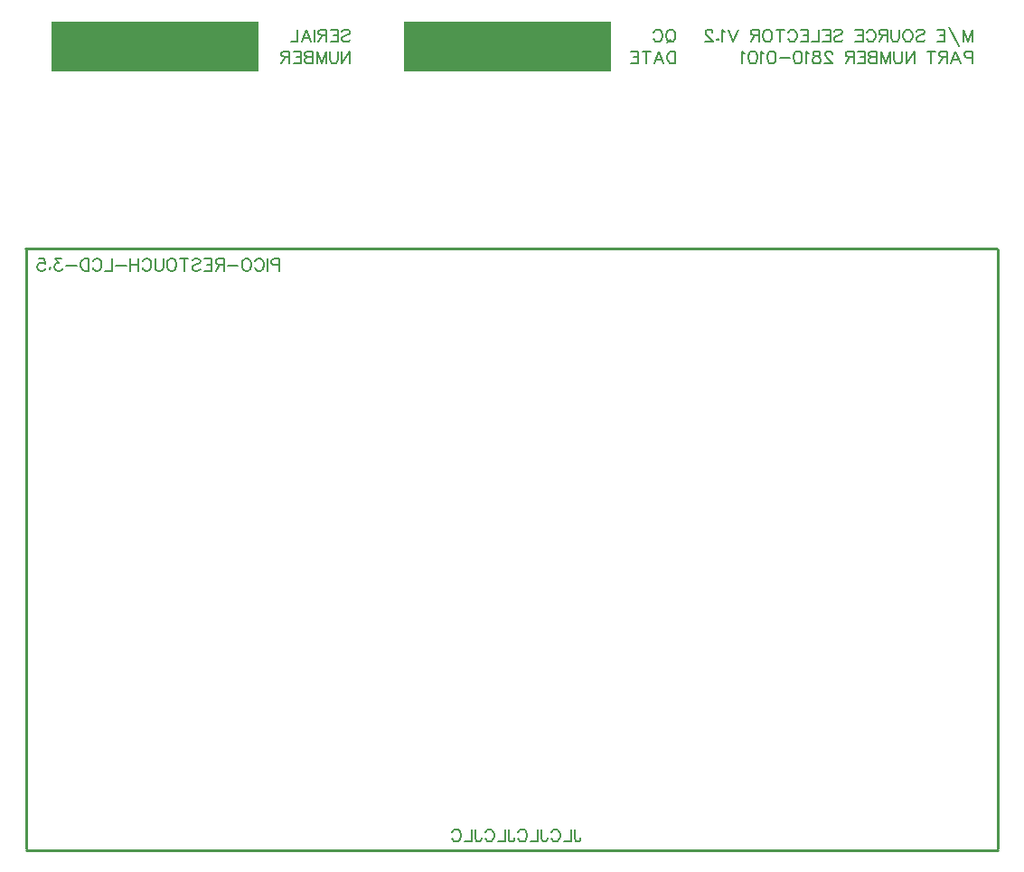
<source format=gbo>
G04 Layer: BottomSilkscreenLayer*
G04 EasyEDA v6.5.29, 2023-07-16 15:11:24*
G04 e993e5008f34484d8f658c3e023484e8,5a6b42c53f6a479593ecc07194224c93,10*
G04 Gerber Generator version 0.2*
G04 Scale: 100 percent, Rotated: No, Reflected: No *
G04 Dimensions in millimeters *
G04 leading zeros omitted , absolute positions ,4 integer and 5 decimal *
%FSLAX45Y45*%
%MOMM*%

%ADD10C,0.2032*%
%ADD11C,0.1524*%
%ADD12C,0.2540*%

%LPD*%
D10*
X2387600Y9938189D02*
G01*
X2387600Y9823645D01*
X2387600Y9938189D02*
G01*
X2338509Y9938189D01*
X2322146Y9932736D01*
X2316690Y9927282D01*
X2311237Y9916373D01*
X2311237Y9900008D01*
X2316690Y9889098D01*
X2322146Y9883645D01*
X2338509Y9878189D01*
X2387600Y9878189D01*
X2275235Y9938189D02*
G01*
X2275235Y9823645D01*
X2157417Y9910917D02*
G01*
X2162873Y9921826D01*
X2173782Y9932736D01*
X2184692Y9938189D01*
X2206510Y9938189D01*
X2217417Y9932736D01*
X2228326Y9921826D01*
X2233782Y9910917D01*
X2239236Y9894554D01*
X2239236Y9867282D01*
X2233782Y9850917D01*
X2228326Y9840008D01*
X2217417Y9829098D01*
X2206510Y9823645D01*
X2184692Y9823645D01*
X2173782Y9829098D01*
X2162873Y9840008D01*
X2157417Y9850917D01*
X2088690Y9938189D02*
G01*
X2099599Y9932736D01*
X2110508Y9921826D01*
X2115964Y9910917D01*
X2121418Y9894554D01*
X2121418Y9867282D01*
X2115964Y9850917D01*
X2110508Y9840008D01*
X2099599Y9829098D01*
X2088690Y9823645D01*
X2066874Y9823645D01*
X2055964Y9829098D01*
X2045055Y9840008D01*
X2039599Y9850917D01*
X2034146Y9867282D01*
X2034146Y9894554D01*
X2039599Y9910917D01*
X2045055Y9921826D01*
X2055964Y9932736D01*
X2066874Y9938189D01*
X2088690Y9938189D01*
X1998146Y9872736D02*
G01*
X1899965Y9872736D01*
X1863963Y9938189D02*
G01*
X1863963Y9823645D01*
X1863963Y9938189D02*
G01*
X1814873Y9938189D01*
X1798510Y9932736D01*
X1793054Y9927282D01*
X1787601Y9916373D01*
X1787601Y9905464D01*
X1793054Y9894554D01*
X1798510Y9889098D01*
X1814873Y9883645D01*
X1863963Y9883645D01*
X1825782Y9883645D02*
G01*
X1787601Y9823645D01*
X1751601Y9938189D02*
G01*
X1751601Y9823645D01*
X1751601Y9938189D02*
G01*
X1680692Y9938189D01*
X1751601Y9883645D02*
G01*
X1707964Y9883645D01*
X1751601Y9823645D02*
G01*
X1680692Y9823645D01*
X1568328Y9921826D02*
G01*
X1579237Y9932736D01*
X1595602Y9938189D01*
X1617418Y9938189D01*
X1633783Y9932736D01*
X1644693Y9921826D01*
X1644693Y9910917D01*
X1639237Y9900008D01*
X1633783Y9894554D01*
X1622874Y9889098D01*
X1590146Y9878189D01*
X1579237Y9872736D01*
X1573784Y9867282D01*
X1568328Y9856373D01*
X1568328Y9840008D01*
X1579237Y9829098D01*
X1595602Y9823645D01*
X1617418Y9823645D01*
X1633783Y9829098D01*
X1644693Y9840008D01*
X1494147Y9938189D02*
G01*
X1494147Y9823645D01*
X1532328Y9938189D02*
G01*
X1455966Y9938189D01*
X1387238Y9938189D02*
G01*
X1398148Y9932736D01*
X1409057Y9921826D01*
X1414510Y9910917D01*
X1419966Y9894554D01*
X1419966Y9867282D01*
X1414510Y9850917D01*
X1409057Y9840008D01*
X1398148Y9829098D01*
X1387238Y9823645D01*
X1365420Y9823645D01*
X1354510Y9829098D01*
X1343601Y9840008D01*
X1338148Y9850917D01*
X1332692Y9867282D01*
X1332692Y9894554D01*
X1338148Y9910917D01*
X1343601Y9921826D01*
X1354510Y9932736D01*
X1365420Y9938189D01*
X1387238Y9938189D01*
X1296692Y9938189D02*
G01*
X1296692Y9856373D01*
X1291239Y9840008D01*
X1280330Y9829098D01*
X1263964Y9823645D01*
X1253055Y9823645D01*
X1236692Y9829098D01*
X1225783Y9840008D01*
X1220330Y9856373D01*
X1220330Y9938189D01*
X1102512Y9910917D02*
G01*
X1107965Y9921826D01*
X1118875Y9932736D01*
X1129784Y9938189D01*
X1151602Y9938189D01*
X1162512Y9932736D01*
X1173421Y9921826D01*
X1178874Y9910917D01*
X1184330Y9894554D01*
X1184330Y9867282D01*
X1178874Y9850917D01*
X1173421Y9840008D01*
X1162512Y9829098D01*
X1151602Y9823645D01*
X1129784Y9823645D01*
X1118875Y9829098D01*
X1107965Y9840008D01*
X1102512Y9850917D01*
X1066512Y9938189D02*
G01*
X1066512Y9823645D01*
X990147Y9938189D02*
G01*
X990147Y9823645D01*
X1066512Y9883645D02*
G01*
X990147Y9883645D01*
X954148Y9872736D02*
G01*
X855967Y9872736D01*
X819967Y9938189D02*
G01*
X819967Y9823645D01*
X819967Y9823645D02*
G01*
X754512Y9823645D01*
X636694Y9910917D02*
G01*
X642150Y9921826D01*
X653056Y9932736D01*
X663966Y9938189D01*
X685784Y9938189D01*
X696694Y9932736D01*
X707603Y9921826D01*
X713056Y9910917D01*
X718512Y9894554D01*
X718512Y9867282D01*
X713056Y9850917D01*
X707603Y9840008D01*
X696694Y9829098D01*
X685784Y9823645D01*
X663966Y9823645D01*
X653056Y9829098D01*
X642150Y9840008D01*
X636694Y9850917D01*
X600694Y9938189D02*
G01*
X600694Y9823645D01*
X600694Y9938189D02*
G01*
X562513Y9938189D01*
X546148Y9932736D01*
X535238Y9921826D01*
X529785Y9910917D01*
X524332Y9894554D01*
X524332Y9867282D01*
X529785Y9850917D01*
X535238Y9840008D01*
X546148Y9829098D01*
X562513Y9823645D01*
X600694Y9823645D01*
X488330Y9872736D02*
G01*
X390149Y9872736D01*
X343240Y9938189D02*
G01*
X283240Y9938189D01*
X315968Y9894554D01*
X299603Y9894554D01*
X288693Y9889098D01*
X283240Y9883645D01*
X277787Y9867282D01*
X277787Y9856373D01*
X283240Y9840008D01*
X294149Y9829098D01*
X310512Y9823645D01*
X326877Y9823645D01*
X343240Y9829098D01*
X348693Y9834554D01*
X354149Y9845464D01*
X236331Y9850917D02*
G01*
X241785Y9845464D01*
X236331Y9840008D01*
X230875Y9845464D01*
X236331Y9850917D01*
X129423Y9938189D02*
G01*
X183967Y9938189D01*
X189423Y9889098D01*
X183967Y9894554D01*
X167604Y9900008D01*
X151241Y9900008D01*
X134876Y9894554D01*
X123967Y9883645D01*
X118513Y9867282D01*
X118513Y9856373D01*
X123967Y9840008D01*
X134876Y9829098D01*
X151241Y9823645D01*
X167604Y9823645D01*
X183967Y9829098D01*
X189423Y9834554D01*
X194876Y9845464D01*
X8877300Y11881289D02*
G01*
X8877300Y11766745D01*
X8877300Y11881289D02*
G01*
X8828209Y11881289D01*
X8811846Y11875836D01*
X8806390Y11870382D01*
X8800937Y11859473D01*
X8800937Y11843108D01*
X8806390Y11832198D01*
X8811846Y11826745D01*
X8828209Y11821289D01*
X8877300Y11821289D01*
X8721300Y11881289D02*
G01*
X8764935Y11766745D01*
X8721300Y11881289D02*
G01*
X8677663Y11766745D01*
X8748572Y11804926D02*
G01*
X8694028Y11804926D01*
X8641664Y11881289D02*
G01*
X8641664Y11766745D01*
X8641664Y11881289D02*
G01*
X8592573Y11881289D01*
X8576210Y11875836D01*
X8570755Y11870382D01*
X8565301Y11859473D01*
X8565301Y11848564D01*
X8570755Y11837654D01*
X8576210Y11832198D01*
X8592573Y11826745D01*
X8641664Y11826745D01*
X8603482Y11826745D02*
G01*
X8565301Y11766745D01*
X8491118Y11881289D02*
G01*
X8491118Y11766745D01*
X8529299Y11881289D02*
G01*
X8452937Y11881289D01*
X8332937Y11881289D02*
G01*
X8332937Y11766745D01*
X8332937Y11881289D02*
G01*
X8256574Y11766745D01*
X8256574Y11881289D02*
G01*
X8256574Y11766745D01*
X8220572Y11881289D02*
G01*
X8220572Y11799473D01*
X8215119Y11783108D01*
X8204210Y11772198D01*
X8187847Y11766745D01*
X8176938Y11766745D01*
X8160572Y11772198D01*
X8149666Y11783108D01*
X8144210Y11799473D01*
X8144210Y11881289D01*
X8108210Y11881289D02*
G01*
X8108210Y11766745D01*
X8108210Y11881289D02*
G01*
X8064573Y11766745D01*
X8020938Y11881289D02*
G01*
X8064573Y11766745D01*
X8020938Y11881289D02*
G01*
X8020938Y11766745D01*
X7984937Y11881289D02*
G01*
X7984937Y11766745D01*
X7984937Y11881289D02*
G01*
X7935846Y11881289D01*
X7919483Y11875836D01*
X7914030Y11870382D01*
X7908574Y11859473D01*
X7908574Y11848564D01*
X7914030Y11837654D01*
X7919483Y11832198D01*
X7935846Y11826745D01*
X7984937Y11826745D02*
G01*
X7935846Y11826745D01*
X7919483Y11821289D01*
X7914030Y11815836D01*
X7908574Y11804926D01*
X7908574Y11788564D01*
X7914030Y11777654D01*
X7919483Y11772198D01*
X7935846Y11766745D01*
X7984937Y11766745D01*
X7872575Y11881289D02*
G01*
X7872575Y11766745D01*
X7872575Y11881289D02*
G01*
X7801665Y11881289D01*
X7872575Y11826745D02*
G01*
X7828937Y11826745D01*
X7872575Y11766745D02*
G01*
X7801665Y11766745D01*
X7765666Y11881289D02*
G01*
X7765666Y11766745D01*
X7765666Y11881289D02*
G01*
X7716575Y11881289D01*
X7700210Y11875836D01*
X7694757Y11870382D01*
X7689301Y11859473D01*
X7689301Y11848564D01*
X7694757Y11837654D01*
X7700210Y11832198D01*
X7716575Y11826745D01*
X7765666Y11826745D01*
X7727485Y11826745D02*
G01*
X7689301Y11766745D01*
X7563848Y11854017D02*
G01*
X7563848Y11859473D01*
X7558392Y11870382D01*
X7552938Y11875836D01*
X7542029Y11881289D01*
X7520211Y11881289D01*
X7509301Y11875836D01*
X7503848Y11870382D01*
X7498392Y11859473D01*
X7498392Y11848564D01*
X7503848Y11837654D01*
X7514757Y11821289D01*
X7569301Y11766745D01*
X7492939Y11766745D01*
X7429667Y11881289D02*
G01*
X7446030Y11875836D01*
X7451483Y11864926D01*
X7451483Y11854017D01*
X7446030Y11843108D01*
X7435121Y11837654D01*
X7413302Y11832198D01*
X7396939Y11826745D01*
X7386030Y11815836D01*
X7380574Y11804926D01*
X7380574Y11788564D01*
X7386030Y11777654D01*
X7391483Y11772198D01*
X7407849Y11766745D01*
X7429667Y11766745D01*
X7446030Y11772198D01*
X7451483Y11777654D01*
X7456939Y11788564D01*
X7456939Y11804926D01*
X7451483Y11815836D01*
X7440574Y11826745D01*
X7424211Y11832198D01*
X7402393Y11837654D01*
X7391483Y11843108D01*
X7386030Y11854017D01*
X7386030Y11864926D01*
X7391483Y11875836D01*
X7407849Y11881289D01*
X7429667Y11881289D01*
X7344575Y11859473D02*
G01*
X7333665Y11864926D01*
X7317303Y11881289D01*
X7317303Y11766745D01*
X7248575Y11881289D02*
G01*
X7264938Y11875836D01*
X7275847Y11859473D01*
X7281303Y11832198D01*
X7281303Y11815836D01*
X7275847Y11788564D01*
X7264938Y11772198D01*
X7248575Y11766745D01*
X7237666Y11766745D01*
X7221303Y11772198D01*
X7210394Y11788564D01*
X7204938Y11815836D01*
X7204938Y11832198D01*
X7210394Y11859473D01*
X7221303Y11875836D01*
X7237666Y11881289D01*
X7248575Y11881289D01*
X7168939Y11815836D02*
G01*
X7070758Y11815836D01*
X7002030Y11881289D02*
G01*
X7018393Y11875836D01*
X7029302Y11859473D01*
X7034758Y11832198D01*
X7034758Y11815836D01*
X7029302Y11788564D01*
X7018393Y11772198D01*
X7002030Y11766745D01*
X6991121Y11766745D01*
X6974758Y11772198D01*
X6963849Y11788564D01*
X6958393Y11815836D01*
X6958393Y11832198D01*
X6963849Y11859473D01*
X6974758Y11875836D01*
X6991121Y11881289D01*
X7002030Y11881289D01*
X6922394Y11859473D02*
G01*
X6911484Y11864926D01*
X6895122Y11881289D01*
X6895122Y11766745D01*
X6826394Y11881289D02*
G01*
X6842757Y11875836D01*
X6853666Y11859473D01*
X6859122Y11832198D01*
X6859122Y11815836D01*
X6853666Y11788564D01*
X6842757Y11772198D01*
X6826394Y11766745D01*
X6815485Y11766745D01*
X6799122Y11772198D01*
X6788213Y11788564D01*
X6782757Y11815836D01*
X6782757Y11832198D01*
X6788213Y11859473D01*
X6799122Y11875836D01*
X6815485Y11881289D01*
X6826394Y11881289D01*
X6746758Y11859473D02*
G01*
X6735848Y11864926D01*
X6719486Y11881289D01*
X6719486Y11766745D01*
X8877300Y12084489D02*
G01*
X8877300Y11969945D01*
X8877300Y12084489D02*
G01*
X8833662Y11969945D01*
X8790028Y12084489D02*
G01*
X8833662Y11969945D01*
X8790028Y12084489D02*
G01*
X8790028Y11969945D01*
X8655845Y12106308D02*
G01*
X8754028Y11931764D01*
X8619845Y12084489D02*
G01*
X8619845Y11969945D01*
X8619845Y12084489D02*
G01*
X8548936Y12084489D01*
X8619845Y12029945D02*
G01*
X8576210Y12029945D01*
X8619845Y11969945D02*
G01*
X8548936Y11969945D01*
X8352574Y12068126D02*
G01*
X8363483Y12079036D01*
X8379846Y12084489D01*
X8401664Y12084489D01*
X8418027Y12079036D01*
X8428936Y12068126D01*
X8428936Y12057217D01*
X8423483Y12046308D01*
X8418027Y12040854D01*
X8407118Y12035399D01*
X8374392Y12024489D01*
X8363483Y12019036D01*
X8358027Y12013582D01*
X8352574Y12002673D01*
X8352574Y11986308D01*
X8363483Y11975399D01*
X8379846Y11969945D01*
X8401664Y11969945D01*
X8418027Y11975399D01*
X8428936Y11986308D01*
X8283846Y12084489D02*
G01*
X8294756Y12079036D01*
X8305665Y12068126D01*
X8311118Y12057217D01*
X8316574Y12040854D01*
X8316574Y12013582D01*
X8311118Y11997217D01*
X8305665Y11986308D01*
X8294756Y11975399D01*
X8283846Y11969945D01*
X8262028Y11969945D01*
X8251118Y11975399D01*
X8240209Y11986308D01*
X8234756Y11997217D01*
X8229300Y12013582D01*
X8229300Y12040854D01*
X8234756Y12057217D01*
X8240209Y12068126D01*
X8251118Y12079036D01*
X8262028Y12084489D01*
X8283846Y12084489D01*
X8193300Y12084489D02*
G01*
X8193300Y12002673D01*
X8187847Y11986308D01*
X8176938Y11975399D01*
X8160572Y11969945D01*
X8149666Y11969945D01*
X8133300Y11975399D01*
X8122391Y11986308D01*
X8116938Y12002673D01*
X8116938Y12084489D01*
X8080938Y12084489D02*
G01*
X8080938Y11969945D01*
X8080938Y12084489D02*
G01*
X8031848Y12084489D01*
X8015483Y12079036D01*
X8010029Y12073582D01*
X8004573Y12062673D01*
X8004573Y12051764D01*
X8010029Y12040854D01*
X8015483Y12035399D01*
X8031848Y12029945D01*
X8080938Y12029945D01*
X8042755Y12029945D02*
G01*
X8004573Y11969945D01*
X7886755Y12057217D02*
G01*
X7892211Y12068126D01*
X7903121Y12079036D01*
X7914030Y12084489D01*
X7935846Y12084489D01*
X7946755Y12079036D01*
X7957665Y12068126D01*
X7963120Y12057217D01*
X7968574Y12040854D01*
X7968574Y12013582D01*
X7963120Y11997217D01*
X7957665Y11986308D01*
X7946755Y11975399D01*
X7935846Y11969945D01*
X7914030Y11969945D01*
X7903121Y11975399D01*
X7892211Y11986308D01*
X7886755Y11997217D01*
X7850756Y12084489D02*
G01*
X7850756Y11969945D01*
X7850756Y12084489D02*
G01*
X7779847Y12084489D01*
X7850756Y12029945D02*
G01*
X7807119Y12029945D01*
X7850756Y11969945D02*
G01*
X7779847Y11969945D01*
X7583484Y12068126D02*
G01*
X7594394Y12079036D01*
X7610756Y12084489D01*
X7632575Y12084489D01*
X7648938Y12079036D01*
X7659847Y12068126D01*
X7659847Y12057217D01*
X7654394Y12046308D01*
X7648938Y12040854D01*
X7638028Y12035399D01*
X7605303Y12024489D01*
X7594394Y12019036D01*
X7588938Y12013582D01*
X7583484Y12002673D01*
X7583484Y11986308D01*
X7594394Y11975399D01*
X7610756Y11969945D01*
X7632575Y11969945D01*
X7648938Y11975399D01*
X7659847Y11986308D01*
X7547485Y12084489D02*
G01*
X7547485Y11969945D01*
X7547485Y12084489D02*
G01*
X7476576Y12084489D01*
X7547485Y12029945D02*
G01*
X7503848Y12029945D01*
X7547485Y11969945D02*
G01*
X7476576Y11969945D01*
X7440574Y12084489D02*
G01*
X7440574Y11969945D01*
X7440574Y11969945D02*
G01*
X7375121Y11969945D01*
X7339121Y12084489D02*
G01*
X7339121Y11969945D01*
X7339121Y12084489D02*
G01*
X7268212Y12084489D01*
X7339121Y12029945D02*
G01*
X7295484Y12029945D01*
X7339121Y11969945D02*
G01*
X7268212Y11969945D01*
X7150394Y12057217D02*
G01*
X7155848Y12068126D01*
X7166757Y12079036D01*
X7177666Y12084489D01*
X7199485Y12084489D01*
X7210394Y12079036D01*
X7221303Y12068126D01*
X7226757Y12057217D01*
X7232213Y12040854D01*
X7232213Y12013582D01*
X7226757Y11997217D01*
X7221303Y11986308D01*
X7210394Y11975399D01*
X7199485Y11969945D01*
X7177666Y11969945D01*
X7166757Y11975399D01*
X7155848Y11986308D01*
X7150394Y11997217D01*
X7076213Y12084489D02*
G01*
X7076213Y11969945D01*
X7114395Y12084489D02*
G01*
X7038030Y12084489D01*
X6969302Y12084489D02*
G01*
X6980212Y12079036D01*
X6991121Y12068126D01*
X6996577Y12057217D01*
X7002030Y12040854D01*
X7002030Y12013582D01*
X6996577Y11997217D01*
X6991121Y11986308D01*
X6980212Y11975399D01*
X6969302Y11969945D01*
X6947486Y11969945D01*
X6936577Y11975399D01*
X6925668Y11986308D01*
X6920212Y11997217D01*
X6914758Y12013582D01*
X6914758Y12040854D01*
X6920212Y12057217D01*
X6925668Y12068126D01*
X6936577Y12079036D01*
X6947486Y12084489D01*
X6969302Y12084489D01*
X6878759Y12084489D02*
G01*
X6878759Y11969945D01*
X6878759Y12084489D02*
G01*
X6829668Y12084489D01*
X6813303Y12079036D01*
X6807850Y12073582D01*
X6802394Y12062673D01*
X6802394Y12051764D01*
X6807850Y12040854D01*
X6813303Y12035399D01*
X6829668Y12029945D01*
X6878759Y12029945D01*
X6840575Y12029945D02*
G01*
X6802394Y11969945D01*
X6682394Y12084489D02*
G01*
X6638759Y11969945D01*
X6595122Y12084489D02*
G01*
X6638759Y11969945D01*
X6559123Y12062673D02*
G01*
X6548213Y12068126D01*
X6531851Y12084489D01*
X6531851Y11969945D01*
X6490395Y11997217D02*
G01*
X6495849Y11991764D01*
X6490395Y11986308D01*
X6484940Y11991764D01*
X6490395Y11997217D01*
X6443487Y12057217D02*
G01*
X6443487Y12062673D01*
X6438031Y12073582D01*
X6432577Y12079036D01*
X6421668Y12084489D01*
X6399850Y12084489D01*
X6388940Y12079036D01*
X6383487Y12073582D01*
X6378031Y12062673D01*
X6378031Y12051764D01*
X6383487Y12040854D01*
X6394396Y12024489D01*
X6448940Y11969945D01*
X6372578Y11969945D01*
X5152390Y4591557D02*
G01*
X5152390Y4504181D01*
X5157977Y4487926D01*
X5163311Y4482337D01*
X5174234Y4477004D01*
X5185156Y4477004D01*
X5196077Y4482337D01*
X5201665Y4487926D01*
X5207000Y4504181D01*
X5207000Y4515104D01*
X5116575Y4591557D02*
G01*
X5116575Y4477004D01*
X5116575Y4477004D02*
G01*
X5051043Y4477004D01*
X4933188Y4564126D02*
G01*
X4938522Y4575047D01*
X4949443Y4585970D01*
X4960365Y4591557D01*
X4982209Y4591557D01*
X4993131Y4585970D01*
X5004054Y4575047D01*
X5009641Y4564126D01*
X5014975Y4547870D01*
X5014975Y4520692D01*
X5009641Y4504181D01*
X5004054Y4493260D01*
X4993131Y4482337D01*
X4982209Y4477004D01*
X4960365Y4477004D01*
X4949443Y4482337D01*
X4938522Y4493260D01*
X4933188Y4504181D01*
X4842763Y4591557D02*
G01*
X4842763Y4504181D01*
X4848097Y4487926D01*
X4853431Y4482337D01*
X4864354Y4477004D01*
X4875275Y4477004D01*
X4886197Y4482337D01*
X4891786Y4487926D01*
X4897120Y4504181D01*
X4897120Y4515104D01*
X4806695Y4591557D02*
G01*
X4806695Y4477004D01*
X4806695Y4477004D02*
G01*
X4741163Y4477004D01*
X4623308Y4564126D02*
G01*
X4628895Y4575047D01*
X4639818Y4585970D01*
X4650740Y4591557D01*
X4672329Y4591557D01*
X4683252Y4585970D01*
X4694174Y4575047D01*
X4699761Y4564126D01*
X4705095Y4547870D01*
X4705095Y4520692D01*
X4699761Y4504181D01*
X4694174Y4493260D01*
X4683252Y4482337D01*
X4672329Y4477004D01*
X4650740Y4477004D01*
X4639818Y4482337D01*
X4628895Y4493260D01*
X4623308Y4504181D01*
X4532884Y4591557D02*
G01*
X4532884Y4504181D01*
X4538218Y4487926D01*
X4543806Y4482337D01*
X4554727Y4477004D01*
X4565650Y4477004D01*
X4576572Y4482337D01*
X4581906Y4487926D01*
X4587240Y4504181D01*
X4587240Y4515104D01*
X4496815Y4591557D02*
G01*
X4496815Y4477004D01*
X4496815Y4477004D02*
G01*
X4431284Y4477004D01*
X4313427Y4564126D02*
G01*
X4319015Y4575047D01*
X4329938Y4585970D01*
X4340859Y4591557D01*
X4362704Y4591557D01*
X4373625Y4585970D01*
X4384547Y4575047D01*
X4389881Y4564126D01*
X4395470Y4547870D01*
X4395470Y4520692D01*
X4389881Y4504181D01*
X4384547Y4493260D01*
X4373625Y4482337D01*
X4362704Y4477004D01*
X4340859Y4477004D01*
X4329938Y4482337D01*
X4319015Y4493260D01*
X4313427Y4504181D01*
X4223004Y4591557D02*
G01*
X4223004Y4504181D01*
X4228338Y4487926D01*
X4233925Y4482337D01*
X4244847Y4477004D01*
X4255770Y4477004D01*
X4266691Y4482337D01*
X4272025Y4487926D01*
X4277613Y4504181D01*
X4277613Y4515104D01*
X4186936Y4591557D02*
G01*
X4186936Y4477004D01*
X4186936Y4477004D02*
G01*
X4121658Y4477004D01*
X4003802Y4564126D02*
G01*
X4009136Y4575047D01*
X4020058Y4585970D01*
X4030979Y4591557D01*
X4052824Y4591557D01*
X4063745Y4585970D01*
X4074668Y4575047D01*
X4080002Y4564126D01*
X4085590Y4547870D01*
X4085590Y4520692D01*
X4080002Y4504181D01*
X4074668Y4493260D01*
X4063745Y4482337D01*
X4052824Y4477004D01*
X4030979Y4477004D01*
X4020058Y4482337D01*
X4009136Y4493260D01*
X4003802Y4504181D01*
D11*
X2971637Y12068126D02*
G01*
X2982544Y12079036D01*
X2998909Y12084491D01*
X3020728Y12084491D01*
X3037090Y12079036D01*
X3048000Y12068126D01*
X3048000Y12057217D01*
X3042546Y12046308D01*
X3037090Y12040854D01*
X3026181Y12035398D01*
X2993453Y12024492D01*
X2982544Y12019036D01*
X2977090Y12013582D01*
X2971637Y12002673D01*
X2971637Y11986308D01*
X2982544Y11975398D01*
X2998909Y11969945D01*
X3020728Y11969945D01*
X3037090Y11975398D01*
X3048000Y11986308D01*
X2935635Y12084491D02*
G01*
X2935635Y11969945D01*
X2935635Y12084491D02*
G01*
X2864726Y12084491D01*
X2935635Y12029945D02*
G01*
X2892000Y12029945D01*
X2935635Y11969945D02*
G01*
X2864726Y11969945D01*
X2828726Y12084491D02*
G01*
X2828726Y11969945D01*
X2828726Y12084491D02*
G01*
X2779636Y12084491D01*
X2763273Y12079036D01*
X2757817Y12073582D01*
X2752364Y12062673D01*
X2752364Y12051764D01*
X2757817Y12040854D01*
X2763273Y12035398D01*
X2779636Y12029945D01*
X2828726Y12029945D01*
X2790545Y12029945D02*
G01*
X2752364Y11969945D01*
X2716364Y12084491D02*
G01*
X2716364Y11969945D01*
X2636728Y12084491D02*
G01*
X2680362Y11969945D01*
X2636728Y12084491D02*
G01*
X2593091Y11969945D01*
X2664000Y12008126D02*
G01*
X2609453Y12008126D01*
X2557091Y12084491D02*
G01*
X2557091Y11969945D01*
X2557091Y11969945D02*
G01*
X2491635Y11969945D01*
X3048000Y11881291D02*
G01*
X3048000Y11766745D01*
X3048000Y11881291D02*
G01*
X2971637Y11766745D01*
X2971637Y11881291D02*
G01*
X2971637Y11766745D01*
X2935635Y11881291D02*
G01*
X2935635Y11799473D01*
X2930182Y11783108D01*
X2919272Y11772198D01*
X2902910Y11766745D01*
X2892000Y11766745D01*
X2875635Y11772198D01*
X2864726Y11783108D01*
X2859272Y11799473D01*
X2859272Y11881291D01*
X2823273Y11881291D02*
G01*
X2823273Y11766745D01*
X2823273Y11881291D02*
G01*
X2779636Y11766745D01*
X2735999Y11881291D02*
G01*
X2779636Y11766745D01*
X2735999Y11881291D02*
G01*
X2735999Y11766745D01*
X2699999Y11881291D02*
G01*
X2699999Y11766745D01*
X2699999Y11881291D02*
G01*
X2650909Y11881291D01*
X2634546Y11875836D01*
X2629090Y11870382D01*
X2623637Y11859473D01*
X2623637Y11848564D01*
X2629090Y11837654D01*
X2634546Y11832198D01*
X2650909Y11826745D01*
X2699999Y11826745D02*
G01*
X2650909Y11826745D01*
X2634546Y11821292D01*
X2629090Y11815836D01*
X2623637Y11804926D01*
X2623637Y11788564D01*
X2629090Y11777654D01*
X2634546Y11772198D01*
X2650909Y11766745D01*
X2699999Y11766745D01*
X2587635Y11881291D02*
G01*
X2587635Y11766745D01*
X2587635Y11881291D02*
G01*
X2516728Y11881291D01*
X2587635Y11826745D02*
G01*
X2544000Y11826745D01*
X2587635Y11766745D02*
G01*
X2516728Y11766745D01*
X2480726Y11881291D02*
G01*
X2480726Y11766745D01*
X2480726Y11881291D02*
G01*
X2431635Y11881291D01*
X2415273Y11875836D01*
X2409817Y11870382D01*
X2404363Y11859473D01*
X2404363Y11848564D01*
X2409817Y11837654D01*
X2415273Y11832198D01*
X2431635Y11826745D01*
X2480726Y11826745D01*
X2442545Y11826745D02*
G01*
X2404363Y11766745D01*
X6096000Y11881291D02*
G01*
X6096000Y11766745D01*
X6096000Y11881291D02*
G01*
X6057818Y11881291D01*
X6041453Y11875836D01*
X6030544Y11864926D01*
X6025090Y11854017D01*
X6019637Y11837654D01*
X6019637Y11810382D01*
X6025090Y11794017D01*
X6030544Y11783108D01*
X6041453Y11772198D01*
X6057818Y11766745D01*
X6096000Y11766745D01*
X5940000Y11881291D02*
G01*
X5983635Y11766745D01*
X5940000Y11881291D02*
G01*
X5896363Y11766745D01*
X5967272Y11804926D02*
G01*
X5912726Y11804926D01*
X5822182Y11881291D02*
G01*
X5822182Y11766745D01*
X5860364Y11881291D02*
G01*
X5783999Y11881291D01*
X5747999Y11881291D02*
G01*
X5747999Y11766745D01*
X5747999Y11881291D02*
G01*
X5677090Y11881291D01*
X5747999Y11826745D02*
G01*
X5704362Y11826745D01*
X5747999Y11766745D02*
G01*
X5677090Y11766745D01*
X6063272Y12084491D02*
G01*
X6074181Y12079036D01*
X6085090Y12068126D01*
X6090546Y12057217D01*
X6096000Y12040854D01*
X6096000Y12013582D01*
X6090546Y11997217D01*
X6085090Y11986308D01*
X6074181Y11975398D01*
X6063272Y11969945D01*
X6041453Y11969945D01*
X6030544Y11975398D01*
X6019637Y11986308D01*
X6014181Y11997217D01*
X6008728Y12013582D01*
X6008728Y12040854D01*
X6014181Y12057217D01*
X6019637Y12068126D01*
X6030544Y12079036D01*
X6041453Y12084491D01*
X6063272Y12084491D01*
X6046909Y11991764D02*
G01*
X6014181Y11959036D01*
X5890910Y12057217D02*
G01*
X5896363Y12068126D01*
X5907272Y12079036D01*
X5918182Y12084491D01*
X5940000Y12084491D01*
X5950910Y12079036D01*
X5961819Y12068126D01*
X5967272Y12057217D01*
X5972726Y12040854D01*
X5972726Y12013582D01*
X5967272Y11997217D01*
X5961819Y11986308D01*
X5950910Y11975398D01*
X5940000Y11969945D01*
X5918182Y11969945D01*
X5907272Y11975398D01*
X5896363Y11986308D01*
X5890910Y11997217D01*
D12*
X9301Y10036802D02*
G01*
X9109298Y10036802D01*
X12700Y4406900D02*
G01*
X12700Y10027902D01*
X9118600Y4406900D02*
G01*
X9118600Y10027902D01*
X14193Y4398002D02*
G01*
X9114198Y4398002D01*
G36*
X254000Y12153900D02*
G01*
X2190750Y12153900D01*
X2190750Y11692001D01*
X254000Y11692001D01*
G37*
G36*
X3556000Y12153900D02*
G01*
X5492750Y12153900D01*
X5492750Y11692001D01*
X3556000Y11692001D01*
G37*
M02*

</source>
